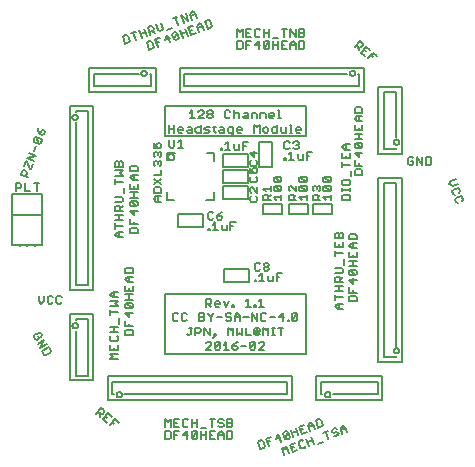
<source format=gto>
G75*
%MOIN*%
%OFA0B0*%
%FSLAX24Y24*%
%IPPOS*%
%LPD*%
%AMOC8*
5,1,8,0,0,1.08239X$1,22.5*
%
%ADD10C,0.0060*%
%ADD11C,0.0050*%
D10*
X004860Y005126D02*
X004919Y005110D01*
X005070Y005197D01*
X005086Y005256D01*
X005021Y005369D01*
X004795Y005239D01*
X004860Y005126D01*
X004735Y005344D02*
X004960Y005474D01*
X004873Y005624D02*
X004735Y005344D01*
X004648Y005494D02*
X004873Y005624D01*
X004775Y005707D02*
X004791Y005766D01*
X004748Y005842D01*
X004688Y005857D01*
X004538Y005771D01*
X004522Y005711D01*
X004566Y005636D01*
X004625Y005620D01*
X004700Y005664D01*
X004657Y005739D01*
X004776Y006830D02*
X004690Y006917D01*
X004690Y007090D01*
X004863Y007090D02*
X004863Y006917D01*
X004776Y006830D01*
X004984Y006873D02*
X004984Y007047D01*
X005028Y007090D01*
X005114Y007090D01*
X005158Y007047D01*
X005279Y007047D02*
X005279Y006873D01*
X005322Y006830D01*
X005409Y006830D01*
X005452Y006873D01*
X005452Y007047D02*
X005409Y007090D01*
X005322Y007090D01*
X005279Y007047D01*
X005158Y006873D02*
X005114Y006830D01*
X005028Y006830D01*
X004984Y006873D01*
X007069Y006921D02*
X007330Y006921D01*
X007243Y006835D01*
X007330Y006748D01*
X007069Y006748D01*
X007069Y006627D02*
X007069Y006453D01*
X007069Y006540D02*
X007330Y006540D01*
X007373Y006332D02*
X007373Y006159D01*
X007330Y006037D02*
X007069Y006037D01*
X007199Y006037D02*
X007199Y005864D01*
X007069Y005864D02*
X007330Y005864D01*
X007286Y005743D02*
X007330Y005699D01*
X007330Y005613D01*
X007286Y005569D01*
X007113Y005569D01*
X007069Y005613D01*
X007069Y005699D01*
X007113Y005743D01*
X007069Y005448D02*
X007069Y005275D01*
X007330Y005275D01*
X007330Y005448D01*
X007199Y005361D02*
X007199Y005275D01*
X007069Y005153D02*
X007330Y005153D01*
X007330Y004980D02*
X007069Y004980D01*
X007156Y005067D01*
X007069Y005153D01*
X007569Y005780D02*
X007569Y005910D01*
X007613Y005953D01*
X007786Y005953D01*
X007830Y005910D01*
X007830Y005780D01*
X007569Y005780D01*
X007569Y006075D02*
X007569Y006248D01*
X007699Y006161D02*
X007699Y006075D01*
X007569Y006075D02*
X007830Y006075D01*
X007699Y006369D02*
X007699Y006543D01*
X007569Y006499D02*
X007699Y006369D01*
X007569Y006499D02*
X007830Y006499D01*
X007786Y006664D02*
X007613Y006664D01*
X007569Y006707D01*
X007569Y006794D01*
X007613Y006837D01*
X007786Y006664D01*
X007830Y006707D01*
X007830Y006794D01*
X007786Y006837D01*
X007613Y006837D01*
X007569Y006959D02*
X007830Y006959D01*
X007699Y006959D02*
X007699Y007132D01*
X007699Y007253D02*
X007699Y007340D01*
X007569Y007427D02*
X007569Y007253D01*
X007830Y007253D01*
X007830Y007427D01*
X007830Y007548D02*
X007656Y007548D01*
X007569Y007635D01*
X007656Y007721D01*
X007830Y007721D01*
X007830Y007843D02*
X007830Y007973D01*
X007786Y008016D01*
X007613Y008016D01*
X007569Y007973D01*
X007569Y007843D01*
X007830Y007843D01*
X007699Y007721D02*
X007699Y007548D01*
X007330Y007216D02*
X007156Y007216D01*
X007069Y007129D01*
X007156Y007043D01*
X007330Y007043D01*
X007199Y007043D02*
X007199Y007216D01*
X007569Y007132D02*
X007830Y007132D01*
X008910Y007150D02*
X013610Y007150D01*
X013610Y005150D01*
X008910Y005150D01*
X008910Y007150D01*
X009197Y006510D02*
X009153Y006467D01*
X009153Y006293D01*
X009197Y006250D01*
X009283Y006250D01*
X009327Y006293D01*
X009448Y006293D02*
X009448Y006467D01*
X009491Y006510D01*
X009578Y006510D01*
X009621Y006467D01*
X009621Y006293D02*
X009578Y006250D01*
X009491Y006250D01*
X009448Y006293D01*
X009327Y006467D02*
X009283Y006510D01*
X009197Y006510D01*
X009707Y006030D02*
X009793Y006030D01*
X009750Y006030D02*
X009750Y005813D01*
X009707Y005770D01*
X009663Y005770D01*
X009620Y005813D01*
X009914Y005770D02*
X009914Y006030D01*
X010045Y006030D01*
X010088Y005987D01*
X010088Y005900D01*
X010045Y005857D01*
X009914Y005857D01*
X010209Y005770D02*
X010209Y006030D01*
X010383Y005770D01*
X010383Y006030D01*
X010547Y005813D02*
X010547Y005770D01*
X010591Y005770D01*
X010591Y005813D01*
X010547Y005813D01*
X010591Y005770D02*
X010504Y005683D01*
X010596Y005550D02*
X010683Y005550D01*
X010726Y005507D01*
X010553Y005333D01*
X010596Y005290D01*
X010683Y005290D01*
X010726Y005333D01*
X010726Y005507D01*
X010848Y005463D02*
X010934Y005550D01*
X010934Y005290D01*
X010848Y005290D02*
X011021Y005290D01*
X011142Y005333D02*
X011186Y005290D01*
X011272Y005290D01*
X011316Y005333D01*
X011316Y005377D01*
X011272Y005420D01*
X011142Y005420D01*
X011142Y005333D01*
X011142Y005420D02*
X011229Y005507D01*
X011316Y005550D01*
X011437Y005420D02*
X011610Y005420D01*
X011731Y005333D02*
X011775Y005290D01*
X011862Y005290D01*
X011905Y005333D01*
X011905Y005507D01*
X011731Y005333D01*
X011731Y005507D01*
X011775Y005550D01*
X011862Y005550D01*
X011905Y005507D01*
X012026Y005507D02*
X012070Y005550D01*
X012156Y005550D01*
X012200Y005507D01*
X012200Y005463D01*
X012026Y005290D01*
X012200Y005290D01*
X012173Y005770D02*
X012173Y006030D01*
X012260Y005943D01*
X012347Y006030D01*
X012347Y005770D01*
X012468Y005770D02*
X012555Y005770D01*
X012511Y005770D02*
X012511Y006030D01*
X012468Y006030D02*
X012555Y006030D01*
X012665Y006030D02*
X012838Y006030D01*
X012751Y006030D02*
X012751Y005770D01*
X012819Y006250D02*
X012819Y006510D01*
X012689Y006380D01*
X012863Y006380D01*
X012984Y006293D02*
X013027Y006293D01*
X013027Y006250D01*
X012984Y006250D01*
X012984Y006293D01*
X013131Y006293D02*
X013131Y006467D01*
X013174Y006510D01*
X013261Y006510D01*
X013305Y006467D01*
X013131Y006293D01*
X013174Y006250D01*
X013261Y006250D01*
X013305Y006293D01*
X013305Y006467D01*
X012568Y006380D02*
X012394Y006380D01*
X012273Y006293D02*
X012230Y006250D01*
X012143Y006250D01*
X012100Y006293D01*
X012100Y006467D01*
X012143Y006510D01*
X012230Y006510D01*
X012273Y006467D01*
X012200Y006730D02*
X012026Y006730D01*
X012113Y006730D02*
X012113Y006990D01*
X012026Y006903D01*
X011922Y006773D02*
X011922Y006730D01*
X011879Y006730D01*
X011879Y006773D01*
X011922Y006773D01*
X011758Y006730D02*
X011584Y006730D01*
X011671Y006730D02*
X011671Y006990D01*
X011584Y006903D01*
X011186Y006773D02*
X011186Y006730D01*
X011142Y006730D01*
X011142Y006773D01*
X011186Y006773D01*
X011021Y006903D02*
X010934Y006730D01*
X010848Y006903D01*
X010726Y006860D02*
X010726Y006817D01*
X010553Y006817D01*
X010553Y006860D02*
X010596Y006903D01*
X010683Y006903D01*
X010726Y006860D01*
X010683Y006730D02*
X010596Y006730D01*
X010553Y006773D01*
X010553Y006860D01*
X010432Y006860D02*
X010388Y006817D01*
X010258Y006817D01*
X010345Y006817D02*
X010432Y006730D01*
X010432Y006860D02*
X010432Y006947D01*
X010388Y006990D01*
X010258Y006990D01*
X010258Y006730D01*
X010332Y006510D02*
X010332Y006467D01*
X010419Y006380D01*
X010419Y006250D01*
X010419Y006380D02*
X010505Y006467D01*
X010505Y006510D01*
X010627Y006380D02*
X010800Y006380D01*
X010921Y006423D02*
X010965Y006380D01*
X011051Y006380D01*
X011095Y006337D01*
X011095Y006293D01*
X011051Y006250D01*
X010965Y006250D01*
X010921Y006293D01*
X010921Y006423D02*
X010921Y006467D01*
X010965Y006510D01*
X011051Y006510D01*
X011095Y006467D01*
X011216Y006423D02*
X011303Y006510D01*
X011389Y006423D01*
X011389Y006250D01*
X011389Y006380D02*
X011216Y006380D01*
X011216Y006423D02*
X011216Y006250D01*
X011168Y006030D02*
X011168Y005770D01*
X011290Y005770D02*
X011376Y005857D01*
X011463Y005770D01*
X011463Y006030D01*
X011584Y006030D02*
X011584Y005770D01*
X011758Y005770D01*
X011879Y005813D02*
X011879Y005987D01*
X011922Y006030D01*
X012009Y006030D01*
X012052Y005987D01*
X012052Y005900D01*
X012009Y005857D01*
X012009Y005943D01*
X011922Y005943D01*
X011922Y005857D01*
X012009Y005857D01*
X012052Y005813D02*
X012009Y005770D01*
X011922Y005770D01*
X011879Y005813D01*
X011805Y006250D02*
X011805Y006510D01*
X011979Y006250D01*
X011979Y006510D01*
X011684Y006380D02*
X011511Y006380D01*
X011290Y006030D02*
X011290Y005770D01*
X011082Y005943D02*
X011168Y006030D01*
X011082Y005943D02*
X010995Y006030D01*
X010995Y005770D01*
X010596Y005550D02*
X010553Y005507D01*
X010553Y005333D01*
X010432Y005290D02*
X010258Y005290D01*
X010432Y005463D01*
X010432Y005507D01*
X010388Y005550D01*
X010302Y005550D01*
X010258Y005507D01*
X010167Y006250D02*
X010037Y006250D01*
X010037Y006510D01*
X010167Y006510D01*
X010211Y006467D01*
X010211Y006423D01*
X010167Y006380D01*
X010037Y006380D01*
X010167Y006380D02*
X010211Y006337D01*
X010211Y006293D01*
X010167Y006250D01*
X011890Y007580D02*
X011933Y007580D01*
X011933Y007623D01*
X011890Y007623D01*
X011890Y007580D01*
X012037Y007580D02*
X012210Y007580D01*
X012124Y007580D02*
X012124Y007840D01*
X012037Y007753D01*
X012020Y007930D02*
X012063Y007973D01*
X012020Y007930D02*
X011933Y007930D01*
X011890Y007973D01*
X011890Y008147D01*
X011933Y008190D01*
X012020Y008190D01*
X012063Y008147D01*
X012184Y008147D02*
X012184Y008103D01*
X012228Y008060D01*
X012314Y008060D01*
X012358Y008017D01*
X012358Y007973D01*
X012314Y007930D01*
X012228Y007930D01*
X012184Y007973D01*
X012184Y008017D01*
X012228Y008060D01*
X012314Y008060D02*
X012358Y008103D01*
X012358Y008147D01*
X012314Y008190D01*
X012228Y008190D01*
X012184Y008147D01*
X012331Y007753D02*
X012331Y007623D01*
X012375Y007580D01*
X012505Y007580D01*
X012505Y007753D01*
X012626Y007710D02*
X012713Y007710D01*
X012626Y007580D02*
X012626Y007840D01*
X012800Y007840D01*
X011076Y009280D02*
X011076Y009540D01*
X011250Y009540D01*
X011163Y009410D02*
X011076Y009410D01*
X010955Y009453D02*
X010955Y009280D01*
X010825Y009280D01*
X010781Y009323D01*
X010781Y009453D01*
X010764Y009630D02*
X010808Y009673D01*
X010808Y009717D01*
X010764Y009760D01*
X010634Y009760D01*
X010634Y009673D01*
X010678Y009630D01*
X010764Y009630D01*
X010634Y009760D02*
X010721Y009847D01*
X010808Y009890D01*
X010513Y009847D02*
X010470Y009890D01*
X010383Y009890D01*
X010340Y009847D01*
X010340Y009673D01*
X010383Y009630D01*
X010470Y009630D01*
X010513Y009673D01*
X010574Y009540D02*
X010574Y009280D01*
X010660Y009280D02*
X010487Y009280D01*
X010383Y009280D02*
X010340Y009280D01*
X010340Y009323D01*
X010383Y009323D01*
X010383Y009280D01*
X010487Y009453D02*
X010574Y009540D01*
X010527Y010283D02*
X010253Y010283D01*
X010527Y010283D02*
X010527Y010536D01*
X010527Y011594D02*
X010527Y011857D01*
X010283Y011857D01*
X010758Y011960D02*
X010802Y011960D01*
X010802Y012003D01*
X010758Y012003D01*
X010758Y011960D01*
X010906Y011960D02*
X011079Y011960D01*
X010992Y011960D02*
X010992Y012220D01*
X010906Y012133D01*
X011200Y012133D02*
X011200Y012003D01*
X011244Y011960D01*
X011374Y011960D01*
X011374Y012133D01*
X011495Y012090D02*
X011582Y012090D01*
X011668Y012220D02*
X011495Y012220D01*
X011495Y011960D01*
X011719Y011855D02*
X011849Y011725D01*
X011849Y011898D01*
X011719Y011855D02*
X011980Y011855D01*
X011936Y011603D02*
X011980Y011560D01*
X011980Y011473D01*
X011936Y011430D01*
X011763Y011430D01*
X011719Y011473D01*
X011719Y011560D01*
X011763Y011603D01*
X011719Y011348D02*
X011719Y011175D01*
X011849Y011175D01*
X011806Y011261D01*
X011806Y011305D01*
X011849Y011348D01*
X011936Y011348D01*
X011980Y011305D01*
X011980Y011218D01*
X011936Y011175D01*
X011936Y011053D02*
X011980Y011010D01*
X011980Y010923D01*
X011936Y010880D01*
X011763Y010880D01*
X011719Y010923D01*
X011719Y011010D01*
X011763Y011053D01*
X011763Y010698D02*
X011719Y010655D01*
X011719Y010568D01*
X011763Y010525D01*
X011763Y010403D02*
X011719Y010360D01*
X011719Y010273D01*
X011763Y010230D01*
X011936Y010230D01*
X011980Y010273D01*
X011980Y010360D01*
X011936Y010403D01*
X011980Y010525D02*
X011806Y010698D01*
X011763Y010698D01*
X011980Y010698D02*
X011980Y010525D01*
X012169Y010410D02*
X012213Y010453D01*
X012299Y010453D01*
X012343Y010410D01*
X012343Y010280D01*
X012430Y010280D02*
X012169Y010280D01*
X012169Y010410D01*
X012343Y010367D02*
X012430Y010453D01*
X012430Y010575D02*
X012430Y010748D01*
X012430Y010661D02*
X012169Y010661D01*
X012256Y010575D01*
X012519Y010618D02*
X012519Y010705D01*
X012563Y010748D01*
X012736Y010575D01*
X012780Y010618D01*
X012780Y010705D01*
X012736Y010748D01*
X012563Y010748D01*
X012563Y010869D02*
X012519Y010913D01*
X012519Y010999D01*
X012563Y011043D01*
X012736Y010869D01*
X012780Y010913D01*
X012780Y010999D01*
X012736Y011043D01*
X012563Y011043D01*
X012563Y010869D02*
X012736Y010869D01*
X013019Y010705D02*
X013019Y010618D01*
X013063Y010575D01*
X013063Y010453D02*
X013149Y010453D01*
X013193Y010410D01*
X013193Y010280D01*
X013280Y010280D02*
X013019Y010280D01*
X013019Y010410D01*
X013063Y010453D01*
X013193Y010367D02*
X013280Y010453D01*
X013280Y010575D02*
X013106Y010748D01*
X013063Y010748D01*
X013019Y010705D01*
X012736Y010575D02*
X012563Y010575D01*
X012519Y010618D01*
X012780Y010453D02*
X012780Y010280D01*
X012780Y010367D02*
X012519Y010367D01*
X012606Y010280D01*
X013280Y010575D02*
X013280Y010748D01*
X013369Y010705D02*
X013413Y010748D01*
X013586Y010575D01*
X013630Y010618D01*
X013630Y010705D01*
X013586Y010748D01*
X013413Y010748D01*
X013369Y010705D02*
X013369Y010618D01*
X013413Y010575D01*
X013586Y010575D01*
X013630Y010453D02*
X013630Y010280D01*
X013630Y010367D02*
X013369Y010367D01*
X013456Y010280D01*
X013819Y010280D02*
X013819Y010410D01*
X013863Y010453D01*
X013949Y010453D01*
X013993Y010410D01*
X013993Y010280D01*
X014080Y010280D02*
X013819Y010280D01*
X013993Y010367D02*
X014080Y010453D01*
X014169Y010367D02*
X014430Y010367D01*
X014430Y010453D02*
X014430Y010280D01*
X014256Y010280D02*
X014169Y010367D01*
X014213Y010575D02*
X014169Y010618D01*
X014169Y010705D01*
X014213Y010748D01*
X014386Y010575D01*
X014430Y010618D01*
X014430Y010705D01*
X014386Y010748D01*
X014213Y010748D01*
X014213Y010869D02*
X014169Y010913D01*
X014169Y010999D01*
X014213Y011043D01*
X014386Y010869D01*
X014430Y010913D01*
X014430Y010999D01*
X014386Y011043D01*
X014213Y011043D01*
X014213Y010869D02*
X014386Y010869D01*
X014386Y010575D02*
X014213Y010575D01*
X014080Y010618D02*
X014036Y010575D01*
X014080Y010618D02*
X014080Y010705D01*
X014036Y010748D01*
X013993Y010748D01*
X013949Y010705D01*
X013949Y010661D01*
X013949Y010705D02*
X013906Y010748D01*
X013863Y010748D01*
X013819Y010705D01*
X013819Y010618D01*
X013863Y010575D01*
X013586Y010869D02*
X013413Y010869D01*
X013369Y010913D01*
X013369Y010999D01*
X013413Y011043D01*
X013586Y010869D01*
X013630Y010913D01*
X013630Y010999D01*
X013586Y011043D01*
X013413Y011043D01*
X013365Y011630D02*
X013495Y011630D01*
X013495Y011803D01*
X013616Y011760D02*
X013703Y011760D01*
X013616Y011630D02*
X013616Y011890D01*
X013790Y011890D01*
X013348Y012023D02*
X013304Y011980D01*
X013218Y011980D01*
X013174Y012023D01*
X013053Y012023D02*
X013010Y011980D01*
X012923Y011980D01*
X012880Y012023D01*
X012880Y012197D01*
X012923Y012240D01*
X013010Y012240D01*
X013053Y012197D01*
X013174Y012197D02*
X013218Y012240D01*
X013304Y012240D01*
X013348Y012197D01*
X013348Y012153D01*
X013304Y012110D01*
X013348Y012067D01*
X013348Y012023D01*
X013304Y012110D02*
X013261Y012110D01*
X013114Y011890D02*
X013027Y011803D01*
X013114Y011890D02*
X013114Y011630D01*
X013200Y011630D02*
X013027Y011630D01*
X012923Y011630D02*
X012880Y011630D01*
X012880Y011673D01*
X012923Y011673D01*
X012923Y011630D01*
X013321Y011673D02*
X013365Y011630D01*
X013321Y011673D02*
X013321Y011803D01*
X013610Y012400D02*
X008910Y012400D01*
X008910Y013400D01*
X013610Y013400D01*
X013610Y012400D01*
X013384Y012530D02*
X013297Y012530D01*
X013254Y012573D01*
X013254Y012660D01*
X013297Y012703D01*
X013384Y012703D01*
X013427Y012660D01*
X013427Y012617D01*
X013254Y012617D01*
X013144Y012530D02*
X013057Y012530D01*
X013101Y012530D02*
X013101Y012790D01*
X013057Y012790D01*
X012936Y012703D02*
X012936Y012530D01*
X012806Y012530D01*
X012763Y012573D01*
X012763Y012703D01*
X012642Y012703D02*
X012511Y012703D01*
X012468Y012660D01*
X012468Y012573D01*
X012511Y012530D01*
X012642Y012530D01*
X012642Y012790D01*
X012347Y012660D02*
X012347Y012573D01*
X012304Y012530D01*
X012217Y012530D01*
X012173Y012573D01*
X012173Y012660D01*
X012217Y012703D01*
X012304Y012703D01*
X012347Y012660D01*
X012052Y012790D02*
X012052Y012530D01*
X011879Y012530D02*
X011879Y012790D01*
X011966Y012703D01*
X012052Y012790D01*
X012075Y013010D02*
X012075Y013183D01*
X012205Y013183D01*
X012249Y013140D01*
X012249Y013010D01*
X012370Y013053D02*
X012370Y013140D01*
X012413Y013183D01*
X012500Y013183D01*
X012543Y013140D01*
X012543Y013097D01*
X012370Y013097D01*
X012370Y013053D02*
X012413Y013010D01*
X012500Y013010D01*
X012665Y013010D02*
X012751Y013010D01*
X012708Y013010D02*
X012708Y013270D01*
X012665Y013270D01*
X011954Y013140D02*
X011954Y013010D01*
X011954Y013140D02*
X011911Y013183D01*
X011781Y013183D01*
X011781Y013010D01*
X011659Y013010D02*
X011529Y013010D01*
X011486Y013053D01*
X011529Y013097D01*
X011659Y013097D01*
X011659Y013140D02*
X011659Y013010D01*
X011659Y013140D02*
X011616Y013183D01*
X011529Y013183D01*
X011365Y013140D02*
X011365Y013010D01*
X011365Y013140D02*
X011321Y013183D01*
X011235Y013183D01*
X011191Y013140D01*
X011191Y013270D02*
X011191Y013010D01*
X011070Y013053D02*
X011027Y013010D01*
X010940Y013010D01*
X010897Y013053D01*
X010897Y013227D01*
X010940Y013270D01*
X011027Y013270D01*
X011070Y013227D01*
X011038Y012703D02*
X010995Y012660D01*
X010995Y012573D01*
X011038Y012530D01*
X011168Y012530D01*
X011168Y012487D02*
X011168Y012703D01*
X011038Y012703D01*
X010874Y012660D02*
X010874Y012530D01*
X010744Y012530D01*
X010700Y012573D01*
X010744Y012617D01*
X010874Y012617D01*
X010874Y012660D02*
X010830Y012703D01*
X010744Y012703D01*
X010591Y012703D02*
X010504Y012703D01*
X010547Y012747D02*
X010547Y012573D01*
X010591Y012530D01*
X010383Y012573D02*
X010339Y012617D01*
X010252Y012617D01*
X010209Y012660D01*
X010252Y012703D01*
X010383Y012703D01*
X010383Y012573D02*
X010339Y012530D01*
X010209Y012530D01*
X010088Y012530D02*
X010088Y012790D01*
X010088Y012703D02*
X009958Y012703D01*
X009914Y012660D01*
X009914Y012573D01*
X009958Y012530D01*
X010088Y012530D01*
X009793Y012530D02*
X009663Y012530D01*
X009620Y012573D01*
X009663Y012617D01*
X009793Y012617D01*
X009793Y012660D02*
X009793Y012530D01*
X009793Y012660D02*
X009750Y012703D01*
X009663Y012703D01*
X009499Y012660D02*
X009499Y012617D01*
X009325Y012617D01*
X009325Y012660D02*
X009325Y012573D01*
X009369Y012530D01*
X009455Y012530D01*
X009499Y012660D02*
X009455Y012703D01*
X009369Y012703D01*
X009325Y012660D01*
X009204Y012660D02*
X009031Y012660D01*
X009031Y012530D02*
X009031Y012790D01*
X009204Y012790D02*
X009204Y012530D01*
X009213Y012290D02*
X009213Y012073D01*
X009170Y012030D01*
X009083Y012030D01*
X009040Y012073D01*
X009040Y012290D01*
X009334Y012203D02*
X009421Y012290D01*
X009421Y012030D01*
X009334Y012030D02*
X009508Y012030D01*
X009216Y011857D02*
X008952Y011857D01*
X008952Y011604D01*
X009000Y011710D02*
X009002Y011730D01*
X009008Y011748D01*
X009017Y011766D01*
X009029Y011781D01*
X009044Y011793D01*
X009062Y011802D01*
X009080Y011808D01*
X009100Y011810D01*
X009120Y011808D01*
X009138Y011802D01*
X009156Y011793D01*
X009171Y011781D01*
X009183Y011766D01*
X009192Y011748D01*
X009198Y011730D01*
X009200Y011710D01*
X009198Y011690D01*
X009192Y011672D01*
X009183Y011654D01*
X009171Y011639D01*
X009156Y011627D01*
X009138Y011618D01*
X009120Y011612D01*
X009100Y011610D01*
X009080Y011612D01*
X009062Y011618D01*
X009044Y011627D01*
X009029Y011639D01*
X009017Y011654D01*
X009008Y011672D01*
X009002Y011690D01*
X009000Y011710D01*
X008780Y011747D02*
X008736Y011703D01*
X008780Y011747D02*
X008780Y011833D01*
X008736Y011877D01*
X008693Y011877D01*
X008649Y011833D01*
X008649Y011790D01*
X008649Y011833D02*
X008606Y011877D01*
X008563Y011877D01*
X008519Y011833D01*
X008519Y011747D01*
X008563Y011703D01*
X008563Y011582D02*
X008606Y011582D01*
X008649Y011539D01*
X008693Y011582D01*
X008736Y011582D01*
X008780Y011539D01*
X008780Y011452D01*
X008736Y011409D01*
X008649Y011495D02*
X008649Y011539D01*
X008563Y011582D02*
X008519Y011539D01*
X008519Y011452D01*
X008563Y011409D01*
X008780Y011287D02*
X008780Y011114D01*
X008519Y011114D01*
X008519Y010993D02*
X008780Y010819D01*
X008736Y010698D02*
X008563Y010698D01*
X008519Y010655D01*
X008519Y010525D01*
X008780Y010525D01*
X008780Y010655D01*
X008736Y010698D01*
X008519Y010819D02*
X008780Y010993D01*
X008952Y010556D02*
X008952Y010283D01*
X009206Y010283D01*
X008780Y010230D02*
X008606Y010230D01*
X008519Y010317D01*
X008606Y010403D01*
X008780Y010403D01*
X008649Y010403D02*
X008649Y010230D01*
X007990Y010195D02*
X007990Y010109D01*
X007946Y010065D01*
X007773Y010239D01*
X007946Y010239D01*
X007990Y010195D01*
X007946Y010065D02*
X007773Y010065D01*
X007729Y010109D01*
X007729Y010195D01*
X007773Y010239D01*
X007729Y010360D02*
X007990Y010360D01*
X007859Y010360D02*
X007859Y010533D01*
X007859Y010655D02*
X007859Y010741D01*
X007729Y010655D02*
X007729Y010828D01*
X007816Y010949D02*
X007729Y011036D01*
X007816Y011123D01*
X007990Y011123D01*
X007990Y011244D02*
X007990Y011374D01*
X007946Y011417D01*
X007773Y011417D01*
X007729Y011374D01*
X007729Y011244D01*
X007990Y011244D01*
X007859Y011123D02*
X007859Y010949D01*
X007816Y010949D02*
X007990Y010949D01*
X007990Y010828D02*
X007990Y010655D01*
X007729Y010655D01*
X007729Y010533D02*
X007990Y010533D01*
X007533Y010507D02*
X007533Y010681D01*
X007490Y010889D02*
X007229Y010889D01*
X007229Y010975D02*
X007229Y010802D01*
X007229Y011097D02*
X007490Y011097D01*
X007403Y011183D01*
X007490Y011270D01*
X007229Y011270D01*
X007229Y011391D02*
X007229Y011521D01*
X007273Y011565D01*
X007316Y011565D01*
X007359Y011521D01*
X007359Y011391D01*
X007229Y011391D02*
X007490Y011391D01*
X007490Y011521D01*
X007446Y011565D01*
X007403Y011565D01*
X007359Y011521D01*
X008519Y011998D02*
X008649Y011998D01*
X008606Y012085D01*
X008606Y012128D01*
X008649Y012171D01*
X008736Y012171D01*
X008780Y012128D01*
X008780Y012041D01*
X008736Y011998D01*
X008519Y011998D02*
X008519Y012171D01*
X009718Y013010D02*
X009892Y013010D01*
X009805Y013010D02*
X009805Y013270D01*
X009718Y013183D01*
X010013Y013227D02*
X010056Y013270D01*
X010143Y013270D01*
X010186Y013227D01*
X010186Y013183D01*
X010013Y013010D01*
X010186Y013010D01*
X010307Y013053D02*
X010307Y013097D01*
X010351Y013140D01*
X010437Y013140D01*
X010481Y013097D01*
X010481Y013053D01*
X010437Y013010D01*
X010351Y013010D01*
X010307Y013053D01*
X010351Y013140D02*
X010307Y013183D01*
X010307Y013227D01*
X010351Y013270D01*
X010437Y013270D01*
X010481Y013227D01*
X010481Y013183D01*
X010437Y013140D01*
X011125Y012443D02*
X011168Y012487D01*
X011125Y012443D02*
X011082Y012443D01*
X011290Y012573D02*
X011290Y012660D01*
X011333Y012703D01*
X011420Y012703D01*
X011463Y012660D01*
X011463Y012617D01*
X011290Y012617D01*
X011290Y012573D02*
X011333Y012530D01*
X011420Y012530D01*
X011441Y015320D02*
X011311Y015320D01*
X011311Y015580D01*
X011441Y015580D01*
X011484Y015537D01*
X011484Y015363D01*
X011441Y015320D01*
X011606Y015320D02*
X011606Y015580D01*
X011779Y015580D01*
X011779Y015720D02*
X011606Y015720D01*
X011606Y015980D01*
X011779Y015980D01*
X011900Y015937D02*
X011900Y015763D01*
X011944Y015720D01*
X012030Y015720D01*
X012074Y015763D01*
X012195Y015720D02*
X012195Y015980D01*
X012074Y015937D02*
X012030Y015980D01*
X011944Y015980D01*
X011900Y015937D01*
X011692Y015850D02*
X011606Y015850D01*
X011484Y015980D02*
X011484Y015720D01*
X011311Y015720D02*
X011311Y015980D01*
X011398Y015893D01*
X011484Y015980D01*
X011900Y015450D02*
X012030Y015580D01*
X012030Y015320D01*
X012074Y015450D02*
X011900Y015450D01*
X011692Y015450D02*
X011606Y015450D01*
X012195Y015363D02*
X012368Y015537D01*
X012368Y015363D01*
X012325Y015320D01*
X012238Y015320D01*
X012195Y015363D01*
X012195Y015537D01*
X012238Y015580D01*
X012325Y015580D01*
X012368Y015537D01*
X012490Y015580D02*
X012490Y015320D01*
X012490Y015450D02*
X012663Y015450D01*
X012784Y015450D02*
X012871Y015450D01*
X012784Y015320D02*
X012958Y015320D01*
X013079Y015320D02*
X013079Y015493D01*
X013166Y015580D01*
X013252Y015493D01*
X013252Y015320D01*
X013373Y015320D02*
X013504Y015320D01*
X013547Y015363D01*
X013547Y015537D01*
X013504Y015580D01*
X013373Y015580D01*
X013373Y015320D01*
X013252Y015450D02*
X013079Y015450D01*
X012958Y015580D02*
X012784Y015580D01*
X012784Y015320D01*
X012663Y015320D02*
X012663Y015580D01*
X012663Y015677D02*
X012490Y015677D01*
X012368Y015720D02*
X012368Y015980D01*
X012368Y015850D02*
X012195Y015850D01*
X012784Y015980D02*
X012958Y015980D01*
X012871Y015980D02*
X012871Y015720D01*
X013079Y015720D02*
X013079Y015980D01*
X013252Y015720D01*
X013252Y015980D01*
X013373Y015980D02*
X013504Y015980D01*
X013547Y015937D01*
X013547Y015893D01*
X013504Y015850D01*
X013373Y015850D01*
X013373Y015720D02*
X013504Y015720D01*
X013547Y015763D01*
X013547Y015807D01*
X013504Y015850D01*
X013373Y015720D02*
X013373Y015980D01*
X015219Y015377D02*
X015386Y015576D01*
X015486Y015492D01*
X015491Y015431D01*
X015435Y015365D01*
X015374Y015360D01*
X015275Y015443D01*
X015341Y015387D02*
X015352Y015265D01*
X015445Y015187D02*
X015578Y015076D01*
X015670Y014998D02*
X015838Y015197D01*
X015971Y015086D01*
X015820Y015042D02*
X015754Y015098D01*
X015745Y015275D02*
X015612Y015387D01*
X015445Y015187D01*
X015528Y015287D02*
X015595Y015231D01*
X015436Y013366D02*
X015263Y013366D01*
X015219Y013323D01*
X015219Y013193D01*
X015480Y013193D01*
X015480Y013323D01*
X015436Y013366D01*
X015480Y013071D02*
X015306Y013071D01*
X015219Y012985D01*
X015306Y012898D01*
X015480Y012898D01*
X015480Y012777D02*
X015480Y012603D01*
X015219Y012603D01*
X015219Y012777D01*
X015349Y012690D02*
X015349Y012603D01*
X015349Y012482D02*
X015349Y012309D01*
X015219Y012309D02*
X015480Y012309D01*
X015436Y012187D02*
X015263Y012187D01*
X015436Y012014D01*
X015480Y012057D01*
X015480Y012144D01*
X015436Y012187D01*
X015436Y012014D02*
X015263Y012014D01*
X015219Y012057D01*
X015219Y012144D01*
X015263Y012187D01*
X015060Y012133D02*
X014886Y012133D01*
X014799Y012046D01*
X014886Y011960D01*
X015060Y011960D01*
X015060Y011839D02*
X015060Y011665D01*
X014799Y011665D01*
X014799Y011839D01*
X014929Y011752D02*
X014929Y011665D01*
X014799Y011544D02*
X014799Y011370D01*
X014799Y011457D02*
X015060Y011457D01*
X015219Y011425D02*
X015219Y011598D01*
X015349Y011511D02*
X015349Y011425D01*
X015219Y011425D02*
X015480Y011425D01*
X015436Y011303D02*
X015263Y011303D01*
X015219Y011260D01*
X015219Y011130D01*
X015480Y011130D01*
X015480Y011260D01*
X015436Y011303D01*
X015103Y011249D02*
X015103Y011076D01*
X015016Y010955D02*
X014843Y010955D01*
X014799Y010911D01*
X014799Y010824D01*
X014843Y010781D01*
X015016Y010781D01*
X015060Y010824D01*
X015060Y010911D01*
X015016Y010955D01*
X015060Y010671D02*
X015060Y010585D01*
X015060Y010628D02*
X014799Y010628D01*
X014799Y010585D02*
X014799Y010671D01*
X014843Y010463D02*
X014799Y010420D01*
X014799Y010290D01*
X015060Y010290D01*
X015060Y010420D01*
X015016Y010463D01*
X014843Y010463D01*
X014786Y009185D02*
X014830Y009141D01*
X014830Y009011D01*
X014569Y009011D01*
X014569Y009141D01*
X014613Y009185D01*
X014656Y009185D01*
X014699Y009141D01*
X014699Y009011D01*
X014699Y009141D02*
X014743Y009185D01*
X014786Y009185D01*
X015029Y009094D02*
X015029Y008964D01*
X015290Y008964D01*
X015290Y009094D01*
X015246Y009137D01*
X015073Y009137D01*
X015029Y009094D01*
X015116Y008843D02*
X015290Y008843D01*
X015159Y008843D02*
X015159Y008669D01*
X015116Y008669D02*
X015029Y008756D01*
X015116Y008843D01*
X015116Y008669D02*
X015290Y008669D01*
X015290Y008548D02*
X015290Y008375D01*
X015029Y008375D01*
X015029Y008548D01*
X015159Y008461D02*
X015159Y008375D01*
X015159Y008253D02*
X015159Y008080D01*
X015029Y008080D02*
X015290Y008080D01*
X015246Y007959D02*
X015073Y007959D01*
X015246Y007785D01*
X015290Y007829D01*
X015290Y007915D01*
X015246Y007959D01*
X015073Y007959D02*
X015029Y007915D01*
X015029Y007829D01*
X015073Y007785D01*
X015246Y007785D01*
X015159Y007664D02*
X015159Y007491D01*
X015029Y007621D01*
X015290Y007621D01*
X015029Y007370D02*
X015029Y007196D01*
X015290Y007196D01*
X015246Y007075D02*
X015073Y007075D01*
X015029Y007032D01*
X015029Y006901D01*
X015290Y006901D01*
X015290Y007032D01*
X015246Y007075D01*
X015159Y007196D02*
X015159Y007283D01*
X014830Y007243D02*
X014569Y007243D01*
X014569Y007122D02*
X014569Y006949D01*
X014569Y007035D02*
X014830Y007035D01*
X014830Y006828D02*
X014656Y006828D01*
X014569Y006741D01*
X014656Y006654D01*
X014830Y006654D01*
X014699Y006654D02*
X014699Y006828D01*
X014699Y007243D02*
X014699Y007417D01*
X014743Y007538D02*
X014743Y007668D01*
X014699Y007712D01*
X014613Y007712D01*
X014569Y007668D01*
X014569Y007538D01*
X014830Y007538D01*
X014830Y007417D02*
X014569Y007417D01*
X014743Y007625D02*
X014830Y007712D01*
X014786Y007833D02*
X014830Y007876D01*
X014830Y007963D01*
X014786Y008006D01*
X014569Y008006D01*
X014569Y007833D02*
X014786Y007833D01*
X014873Y008127D02*
X014873Y008301D01*
X015029Y008253D02*
X015290Y008253D01*
X014830Y008509D02*
X014569Y008509D01*
X014569Y008595D02*
X014569Y008422D01*
X014569Y008717D02*
X014830Y008717D01*
X014830Y008890D01*
X014699Y008803D02*
X014699Y008717D01*
X014569Y008717D02*
X014569Y008890D01*
X017049Y011450D02*
X017136Y011450D01*
X017179Y011493D01*
X017179Y011580D01*
X017092Y011580D01*
X017006Y011667D02*
X017006Y011493D01*
X017049Y011450D01*
X017006Y011667D02*
X017049Y011710D01*
X017136Y011710D01*
X017179Y011667D01*
X017300Y011710D02*
X017474Y011450D01*
X017474Y011710D01*
X017595Y011710D02*
X017595Y011450D01*
X017725Y011450D01*
X017768Y011493D01*
X017768Y011667D01*
X017725Y011710D01*
X017595Y011710D01*
X017300Y011710D02*
X017300Y011450D01*
X018429Y010912D02*
X018378Y010801D01*
X018489Y010749D01*
X018652Y010808D01*
X018653Y010679D02*
X018489Y010620D01*
X018464Y010564D01*
X018493Y010483D01*
X018549Y010457D01*
X018590Y010343D02*
X018564Y010288D01*
X018594Y010206D01*
X018650Y010180D01*
X018813Y010239D02*
X018839Y010295D01*
X018809Y010377D01*
X018753Y010402D01*
X018590Y010343D01*
X018712Y010516D02*
X018738Y010572D01*
X018708Y010653D01*
X018653Y010679D01*
X018592Y010971D02*
X018429Y010912D01*
X015480Y011849D02*
X015219Y011849D01*
X015349Y011719D01*
X015349Y011893D01*
X014929Y011960D02*
X014929Y012133D01*
X015219Y012482D02*
X015480Y012482D01*
X015349Y012898D02*
X015349Y013071D01*
X010438Y016038D02*
X010464Y016094D01*
X010404Y016257D01*
X010349Y016283D01*
X010227Y016238D01*
X010316Y015994D01*
X010438Y016038D01*
X010202Y015952D02*
X010142Y016115D01*
X010031Y016167D01*
X009979Y016056D01*
X010039Y015893D01*
X009925Y015852D02*
X009762Y015792D01*
X009673Y016037D01*
X009836Y016096D01*
X009799Y015944D02*
X009717Y015915D01*
X009603Y015873D02*
X009440Y015814D01*
X009396Y015936D02*
X009485Y015692D01*
X009356Y015691D02*
X009297Y015854D01*
X009193Y015632D01*
X009249Y015606D01*
X009330Y015635D01*
X009356Y015691D01*
X009297Y015854D02*
X009241Y015880D01*
X009160Y015850D01*
X009134Y015795D01*
X009193Y015632D01*
X009050Y015672D02*
X008887Y015612D01*
X008964Y015779D01*
X009053Y015535D01*
X008728Y015693D02*
X008565Y015634D01*
X008654Y015389D01*
X008526Y015389D02*
X008500Y015333D01*
X008377Y015288D01*
X008288Y015533D01*
X008411Y015577D01*
X008466Y015552D01*
X008526Y015389D01*
X008610Y015511D02*
X008691Y015541D01*
X008571Y015850D02*
X008460Y015902D01*
X008501Y015917D02*
X008378Y015872D01*
X008408Y015791D02*
X008319Y016035D01*
X008441Y016080D01*
X008497Y016054D01*
X008527Y015972D01*
X008501Y015917D01*
X008670Y015932D02*
X008726Y015906D01*
X008807Y015936D01*
X008833Y015992D01*
X008759Y016195D01*
X008596Y016136D02*
X008670Y015932D01*
X008977Y015952D02*
X009140Y016011D01*
X009320Y016123D02*
X009231Y016367D01*
X009150Y016338D02*
X009313Y016397D01*
X009427Y016438D02*
X009516Y016194D01*
X009679Y016253D02*
X009427Y016438D01*
X009590Y016498D02*
X009679Y016253D01*
X009792Y016295D02*
X009733Y016458D01*
X009785Y016569D01*
X009896Y016517D01*
X009956Y016354D01*
X009911Y016476D02*
X009748Y016417D01*
X009559Y015995D02*
X009648Y015751D01*
X009994Y016015D02*
X010157Y016075D01*
X008294Y015749D02*
X008205Y015994D01*
X008250Y015872D02*
X008087Y015812D01*
X008131Y015690D02*
X008042Y015935D01*
X007928Y015893D02*
X007765Y015834D01*
X007847Y015863D02*
X007936Y015619D01*
X007726Y015589D02*
X007700Y015533D01*
X007577Y015488D01*
X007488Y015733D01*
X007611Y015777D01*
X007666Y015752D01*
X007726Y015589D01*
X004660Y012675D02*
X004671Y012579D01*
X004723Y012467D01*
X004768Y012590D01*
X004823Y012616D01*
X004864Y012601D01*
X004890Y012545D01*
X004860Y012464D01*
X004805Y012438D01*
X004723Y012467D01*
X004600Y012383D02*
X004704Y012161D01*
X004760Y012187D01*
X004789Y012268D01*
X004763Y012324D01*
X004600Y012383D01*
X004545Y012357D01*
X004515Y012276D01*
X004541Y012220D01*
X004704Y012161D01*
X004581Y012077D02*
X004522Y011914D01*
X004602Y011755D02*
X004358Y011844D01*
X004299Y011681D02*
X004602Y011755D01*
X004543Y011592D02*
X004299Y011681D01*
X004257Y011567D02*
X004298Y011553D01*
X004402Y011330D01*
X004442Y011315D01*
X004502Y011478D01*
X004279Y011246D02*
X004305Y011190D01*
X004260Y011068D01*
X004342Y011038D02*
X004097Y011127D01*
X004142Y011250D01*
X004197Y011276D01*
X004279Y011246D01*
X004198Y011404D02*
X004257Y011567D01*
X004234Y010840D02*
X004234Y010580D01*
X004408Y010580D01*
X004616Y010580D02*
X004616Y010840D01*
X004702Y010840D02*
X004529Y010840D01*
X004113Y010797D02*
X004113Y010710D01*
X004070Y010667D01*
X003940Y010667D01*
X003940Y010580D02*
X003940Y010840D01*
X004070Y010840D01*
X004113Y010797D01*
X007229Y010386D02*
X007446Y010386D01*
X007490Y010343D01*
X007490Y010256D01*
X007446Y010213D01*
X007229Y010213D01*
X007273Y010092D02*
X007359Y010092D01*
X007403Y010048D01*
X007403Y009918D01*
X007490Y009918D02*
X007229Y009918D01*
X007229Y010048D01*
X007273Y010092D01*
X007403Y010005D02*
X007490Y010092D01*
X007729Y009901D02*
X007859Y009771D01*
X007859Y009944D01*
X007729Y009901D02*
X007990Y009901D01*
X007729Y009650D02*
X007729Y009476D01*
X007990Y009476D01*
X007946Y009355D02*
X007990Y009312D01*
X007990Y009181D01*
X007729Y009181D01*
X007729Y009312D01*
X007773Y009355D01*
X007946Y009355D01*
X007859Y009476D02*
X007859Y009563D01*
X007490Y009623D02*
X007229Y009623D01*
X007229Y009502D02*
X007229Y009329D01*
X007229Y009415D02*
X007490Y009415D01*
X007490Y009208D02*
X007316Y009208D01*
X007229Y009121D01*
X007316Y009034D01*
X007490Y009034D01*
X007359Y009034D02*
X007359Y009208D01*
X007359Y009623D02*
X007359Y009797D01*
X007229Y009797D02*
X007490Y009797D01*
X006769Y003353D02*
X006869Y003269D01*
X006874Y003208D01*
X006818Y003142D01*
X006757Y003137D01*
X006658Y003220D01*
X006724Y003164D02*
X006735Y003042D01*
X006827Y002964D02*
X006960Y002853D01*
X007053Y002775D02*
X007220Y002974D01*
X007353Y002863D01*
X007203Y002819D02*
X007137Y002875D01*
X007128Y003052D02*
X006995Y003164D01*
X006827Y002964D01*
X006911Y003064D02*
X006978Y003008D01*
X006602Y003154D02*
X006769Y003353D01*
X008911Y002980D02*
X008911Y002720D01*
X008911Y002580D02*
X009041Y002580D01*
X009084Y002537D01*
X009084Y002363D01*
X009041Y002320D01*
X008911Y002320D01*
X008911Y002580D01*
X009084Y002720D02*
X009084Y002980D01*
X008998Y002893D01*
X008911Y002980D01*
X009206Y002980D02*
X009206Y002720D01*
X009379Y002720D01*
X009500Y002763D02*
X009544Y002720D01*
X009630Y002720D01*
X009674Y002763D01*
X009795Y002720D02*
X009795Y002980D01*
X009674Y002937D02*
X009630Y002980D01*
X009544Y002980D01*
X009500Y002937D01*
X009500Y002763D01*
X009379Y002580D02*
X009206Y002580D01*
X009206Y002320D01*
X009206Y002450D02*
X009292Y002450D01*
X009500Y002450D02*
X009674Y002450D01*
X009630Y002320D02*
X009630Y002580D01*
X009500Y002450D01*
X009795Y002363D02*
X009968Y002537D01*
X009968Y002363D01*
X009925Y002320D01*
X009838Y002320D01*
X009795Y002363D01*
X009795Y002537D01*
X009838Y002580D01*
X009925Y002580D01*
X009968Y002537D01*
X010090Y002580D02*
X010090Y002320D01*
X010090Y002450D02*
X010263Y002450D01*
X010384Y002450D02*
X010471Y002450D01*
X010384Y002320D02*
X010558Y002320D01*
X010679Y002320D02*
X010679Y002493D01*
X010766Y002580D01*
X010852Y002493D01*
X010852Y002320D01*
X010973Y002320D02*
X011104Y002320D01*
X011147Y002363D01*
X011147Y002537D01*
X011104Y002580D01*
X010973Y002580D01*
X010973Y002320D01*
X010852Y002450D02*
X010679Y002450D01*
X010558Y002580D02*
X010384Y002580D01*
X010384Y002320D01*
X010263Y002320D02*
X010263Y002580D01*
X010263Y002677D02*
X010090Y002677D01*
X009968Y002720D02*
X009968Y002980D01*
X009968Y002850D02*
X009795Y002850D01*
X009379Y002980D02*
X009206Y002980D01*
X009206Y002850D02*
X009292Y002850D01*
X010384Y002980D02*
X010558Y002980D01*
X010471Y002980D02*
X010471Y002720D01*
X010679Y002763D02*
X010722Y002720D01*
X010809Y002720D01*
X010852Y002763D01*
X010852Y002807D01*
X010809Y002850D01*
X010722Y002850D01*
X010679Y002893D01*
X010679Y002937D01*
X010722Y002980D01*
X010809Y002980D01*
X010852Y002937D01*
X010973Y002980D02*
X011104Y002980D01*
X011147Y002937D01*
X011147Y002893D01*
X011104Y002850D01*
X010973Y002850D01*
X010973Y002720D02*
X011104Y002720D01*
X011147Y002763D01*
X011147Y002807D01*
X011104Y002850D01*
X010973Y002720D02*
X010973Y002980D01*
X011983Y002226D02*
X012105Y002271D01*
X012161Y002245D01*
X012220Y002082D01*
X012194Y002026D01*
X012072Y001982D01*
X011983Y002226D01*
X012260Y002327D02*
X012349Y002082D01*
X012304Y002205D02*
X012386Y002234D01*
X012260Y002327D02*
X012423Y002386D01*
X012581Y002305D02*
X012744Y002365D01*
X012659Y002472D02*
X012748Y002228D01*
X012888Y002325D02*
X012828Y002488D01*
X012854Y002543D01*
X012936Y002573D01*
X012991Y002547D01*
X012888Y002325D01*
X012943Y002299D01*
X013025Y002328D01*
X013051Y002384D01*
X012991Y002547D01*
X013090Y002629D02*
X013179Y002385D01*
X013135Y002507D02*
X013298Y002566D01*
X013412Y002608D02*
X013493Y002637D01*
X013456Y002485D02*
X013619Y002545D01*
X013733Y002586D02*
X013674Y002749D01*
X013726Y002860D01*
X013837Y002809D01*
X013896Y002646D01*
X014010Y002687D02*
X014132Y002731D01*
X014158Y002787D01*
X014099Y002950D01*
X014043Y002976D01*
X013921Y002931D01*
X014010Y002687D01*
X013852Y002768D02*
X013689Y002708D01*
X013530Y002789D02*
X013367Y002730D01*
X013456Y002485D01*
X013342Y002444D02*
X013253Y002689D01*
X013377Y002242D02*
X013351Y002187D01*
X013411Y002024D01*
X013466Y001998D01*
X013548Y002028D01*
X013574Y002083D01*
X013702Y002084D02*
X013613Y002328D01*
X013514Y002246D02*
X013459Y002272D01*
X013377Y002242D01*
X013223Y002186D02*
X013060Y002127D01*
X013149Y001882D01*
X013312Y001942D01*
X013186Y002034D02*
X013104Y002005D01*
X012946Y002085D02*
X013035Y001841D01*
X012872Y001782D02*
X012783Y002026D01*
X012894Y001974D01*
X012946Y002085D01*
X012581Y002305D02*
X012659Y002472D01*
X013658Y002206D02*
X013821Y002265D01*
X013865Y002143D02*
X013776Y002388D01*
X013994Y002144D02*
X014157Y002203D01*
X014338Y002315D02*
X014249Y002560D01*
X014330Y002589D02*
X014167Y002530D01*
X014459Y002590D02*
X014474Y002549D01*
X014529Y002523D01*
X014611Y002553D01*
X014666Y002527D01*
X014681Y002486D01*
X014655Y002431D01*
X014574Y002401D01*
X014518Y002427D01*
X014459Y002590D02*
X014485Y002646D01*
X014566Y002675D01*
X014622Y002649D01*
X014751Y002650D02*
X014810Y002487D01*
X014765Y002609D02*
X014929Y002669D01*
X014914Y002709D02*
X014973Y002546D01*
X014914Y002709D02*
X014803Y002761D01*
X014751Y002650D01*
D11*
X013937Y003616D02*
X016142Y003616D01*
X016142Y004404D01*
X013937Y004404D01*
X013937Y003616D01*
X014095Y003813D02*
X014134Y003813D01*
X014095Y003813D02*
X014095Y004207D01*
X015984Y004207D01*
X015984Y003813D01*
X014488Y003813D01*
X014233Y003792D02*
X014235Y003811D01*
X014241Y003828D01*
X014250Y003844D01*
X014262Y003858D01*
X014277Y003869D01*
X014294Y003877D01*
X014313Y003881D01*
X014331Y003881D01*
X014350Y003877D01*
X014366Y003869D01*
X014382Y003858D01*
X014394Y003844D01*
X014403Y003828D01*
X014409Y003811D01*
X014411Y003792D01*
X014409Y003773D01*
X014403Y003756D01*
X014394Y003740D01*
X014382Y003726D01*
X014367Y003715D01*
X014350Y003707D01*
X014331Y003703D01*
X014313Y003703D01*
X014294Y003707D01*
X014278Y003715D01*
X014262Y003726D01*
X014250Y003740D01*
X014241Y003756D01*
X014235Y003773D01*
X014233Y003792D01*
X013130Y003616D02*
X006989Y003616D01*
X006989Y004404D01*
X013130Y004404D01*
X013130Y003616D01*
X012973Y003813D02*
X007540Y003813D01*
X007284Y003792D02*
X007286Y003811D01*
X007292Y003828D01*
X007301Y003844D01*
X007313Y003858D01*
X007328Y003869D01*
X007345Y003877D01*
X007364Y003881D01*
X007382Y003881D01*
X007401Y003877D01*
X007417Y003869D01*
X007433Y003858D01*
X007445Y003844D01*
X007454Y003828D01*
X007460Y003811D01*
X007462Y003792D01*
X007460Y003773D01*
X007454Y003756D01*
X007445Y003740D01*
X007433Y003726D01*
X007418Y003715D01*
X007401Y003707D01*
X007382Y003703D01*
X007364Y003703D01*
X007345Y003707D01*
X007329Y003715D01*
X007313Y003726D01*
X007301Y003740D01*
X007292Y003756D01*
X007286Y003773D01*
X007284Y003792D01*
X007185Y003813D02*
X007146Y003813D01*
X007146Y004207D01*
X012973Y004207D01*
X012973Y003813D01*
X016006Y004879D02*
X016006Y011021D01*
X016793Y011021D01*
X016793Y004879D01*
X016006Y004879D01*
X016203Y005037D02*
X016203Y010863D01*
X016596Y010863D01*
X016596Y005430D01*
X016529Y005264D02*
X016531Y005283D01*
X016537Y005300D01*
X016546Y005316D01*
X016558Y005330D01*
X016573Y005341D01*
X016590Y005349D01*
X016609Y005353D01*
X016627Y005353D01*
X016646Y005349D01*
X016662Y005341D01*
X016678Y005330D01*
X016690Y005316D01*
X016699Y005300D01*
X016705Y005283D01*
X016707Y005264D01*
X016705Y005245D01*
X016699Y005228D01*
X016690Y005212D01*
X016678Y005198D01*
X016663Y005187D01*
X016646Y005179D01*
X016627Y005175D01*
X016609Y005175D01*
X016590Y005179D01*
X016574Y005187D01*
X016558Y005198D01*
X016546Y005212D01*
X016537Y005228D01*
X016531Y005245D01*
X016529Y005264D01*
X016596Y005076D02*
X016596Y005037D01*
X016203Y005037D01*
X011700Y007550D02*
X011700Y007990D01*
X010860Y007990D01*
X010860Y007550D01*
X011700Y007550D01*
X010180Y009390D02*
X009340Y009390D01*
X009340Y009830D01*
X010180Y009830D01*
X010180Y009390D01*
X010820Y010310D02*
X010820Y010750D01*
X011660Y010750D01*
X011660Y010310D01*
X010820Y010310D01*
X010820Y010850D02*
X010820Y011290D01*
X011660Y011290D01*
X011660Y010850D01*
X010820Y010850D01*
X010820Y011390D02*
X010820Y011830D01*
X011660Y011830D01*
X011660Y011390D01*
X010820Y011390D01*
X012040Y011390D02*
X012040Y012230D01*
X012480Y012230D01*
X012480Y011390D01*
X012040Y011390D01*
X012160Y010150D02*
X012160Y009830D01*
X012800Y009830D01*
X012800Y010150D01*
X012160Y010150D01*
X013040Y010150D02*
X013040Y009830D01*
X013680Y009830D01*
X013680Y010150D01*
X013040Y010150D01*
X013840Y010150D02*
X013840Y009830D01*
X014480Y009830D01*
X014480Y010150D01*
X013840Y010150D01*
X016006Y011828D02*
X016006Y014032D01*
X016793Y014032D01*
X016793Y011828D01*
X016006Y011828D01*
X016203Y011985D02*
X016203Y013875D01*
X016596Y013875D01*
X016596Y012379D01*
X016529Y012212D02*
X016531Y012231D01*
X016537Y012248D01*
X016546Y012264D01*
X016558Y012278D01*
X016573Y012289D01*
X016590Y012297D01*
X016609Y012301D01*
X016627Y012301D01*
X016646Y012297D01*
X016662Y012289D01*
X016678Y012278D01*
X016690Y012264D01*
X016699Y012248D01*
X016705Y012231D01*
X016707Y012212D01*
X016705Y012193D01*
X016699Y012176D01*
X016690Y012160D01*
X016678Y012146D01*
X016663Y012135D01*
X016646Y012127D01*
X016627Y012123D01*
X016609Y012123D01*
X016590Y012127D01*
X016574Y012135D01*
X016558Y012146D01*
X016546Y012160D01*
X016537Y012176D01*
X016531Y012193D01*
X016529Y012212D01*
X016596Y012024D02*
X016596Y011985D01*
X016203Y011985D01*
X015530Y013896D02*
X009389Y013896D01*
X009389Y014684D01*
X015530Y014684D01*
X015530Y013896D01*
X015373Y014093D02*
X009546Y014093D01*
X009546Y014487D01*
X014979Y014487D01*
X015057Y014508D02*
X015059Y014527D01*
X015065Y014544D01*
X015074Y014560D01*
X015086Y014574D01*
X015101Y014585D01*
X015118Y014593D01*
X015137Y014597D01*
X015155Y014597D01*
X015174Y014593D01*
X015190Y014585D01*
X015206Y014574D01*
X015218Y014560D01*
X015227Y014544D01*
X015233Y014527D01*
X015235Y014508D01*
X015233Y014489D01*
X015227Y014472D01*
X015218Y014456D01*
X015206Y014442D01*
X015191Y014431D01*
X015174Y014423D01*
X015155Y014419D01*
X015137Y014419D01*
X015118Y014423D01*
X015102Y014431D01*
X015086Y014442D01*
X015074Y014456D01*
X015065Y014472D01*
X015059Y014489D01*
X015057Y014508D01*
X015334Y014487D02*
X015373Y014487D01*
X015373Y014093D01*
X008582Y013896D02*
X006377Y013896D01*
X006377Y014684D01*
X008582Y014684D01*
X008582Y013896D01*
X008424Y014093D02*
X006535Y014093D01*
X006535Y014487D01*
X008031Y014487D01*
X008108Y014508D02*
X008110Y014527D01*
X008116Y014544D01*
X008125Y014560D01*
X008137Y014574D01*
X008152Y014585D01*
X008169Y014593D01*
X008188Y014597D01*
X008206Y014597D01*
X008225Y014593D01*
X008241Y014585D01*
X008257Y014574D01*
X008269Y014560D01*
X008278Y014544D01*
X008284Y014527D01*
X008286Y014508D01*
X008284Y014489D01*
X008278Y014472D01*
X008269Y014456D01*
X008257Y014442D01*
X008242Y014431D01*
X008225Y014423D01*
X008206Y014419D01*
X008188Y014419D01*
X008169Y014423D01*
X008153Y014431D01*
X008137Y014442D01*
X008125Y014456D01*
X008116Y014472D01*
X008110Y014489D01*
X008108Y014508D01*
X008385Y014487D02*
X008424Y014487D01*
X008424Y014093D01*
X006513Y013421D02*
X006513Y007279D01*
X005726Y007279D01*
X005726Y013421D01*
X006513Y013421D01*
X006316Y013263D02*
X006316Y007437D01*
X005923Y007437D01*
X005923Y012870D01*
X005812Y013036D02*
X005814Y013055D01*
X005820Y013072D01*
X005829Y013088D01*
X005841Y013102D01*
X005856Y013113D01*
X005873Y013121D01*
X005892Y013125D01*
X005910Y013125D01*
X005929Y013121D01*
X005945Y013113D01*
X005961Y013102D01*
X005973Y013088D01*
X005982Y013072D01*
X005988Y013055D01*
X005990Y013036D01*
X005988Y013017D01*
X005982Y013000D01*
X005973Y012984D01*
X005961Y012970D01*
X005946Y012959D01*
X005929Y012951D01*
X005910Y012947D01*
X005892Y012947D01*
X005873Y012951D01*
X005857Y012959D01*
X005841Y012970D01*
X005829Y012984D01*
X005820Y013000D01*
X005814Y013017D01*
X005812Y013036D01*
X005923Y013224D02*
X005923Y013263D01*
X006316Y013263D01*
X004800Y010480D02*
X003800Y010480D01*
X003800Y009780D01*
X004800Y009780D01*
X004800Y008780D01*
X004550Y008780D01*
X004300Y008780D01*
X004300Y008735D01*
X004300Y008780D02*
X004050Y008780D01*
X004050Y008735D01*
X004050Y008780D02*
X003800Y008780D01*
X003800Y009780D01*
X004800Y009780D02*
X004800Y010480D01*
X004550Y008780D02*
X004550Y008735D01*
X005726Y006472D02*
X005726Y004268D01*
X006513Y004268D01*
X006513Y006472D01*
X005726Y006472D01*
X005923Y006315D02*
X005923Y006276D01*
X005923Y006315D02*
X006316Y006315D01*
X006316Y004425D01*
X005923Y004425D01*
X005923Y005921D01*
X005812Y006088D02*
X005814Y006107D01*
X005820Y006124D01*
X005829Y006140D01*
X005841Y006154D01*
X005856Y006165D01*
X005873Y006173D01*
X005892Y006177D01*
X005910Y006177D01*
X005929Y006173D01*
X005945Y006165D01*
X005961Y006154D01*
X005973Y006140D01*
X005982Y006124D01*
X005988Y006107D01*
X005990Y006088D01*
X005988Y006069D01*
X005982Y006052D01*
X005973Y006036D01*
X005961Y006022D01*
X005946Y006011D01*
X005929Y006003D01*
X005910Y005999D01*
X005892Y005999D01*
X005873Y006003D01*
X005857Y006011D01*
X005841Y006022D01*
X005829Y006036D01*
X005820Y006052D01*
X005814Y006069D01*
X005812Y006088D01*
M02*

</source>
